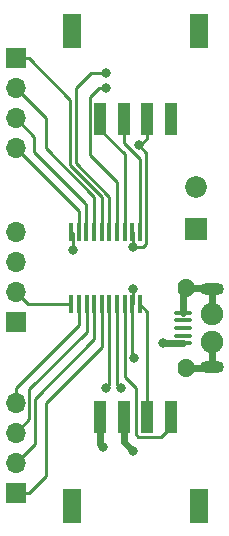
<source format=gbr>
G04 #@! TF.GenerationSoftware,KiCad,Pcbnew,5.0.1*
G04 #@! TF.CreationDate,2018-11-17T00:42:23+11:00*
G04 #@! TF.ProjectId,grove-level-shifter,67726F76652D6C6576656C2D73686966,rev?*
G04 #@! TF.SameCoordinates,Original*
G04 #@! TF.FileFunction,Copper,L1,Top,Signal*
G04 #@! TF.FilePolarity,Positive*
%FSLAX46Y46*%
G04 Gerber Fmt 4.6, Leading zero omitted, Abs format (unit mm)*
G04 Created by KiCad (PCBNEW 5.0.1) date Sat 17 Nov 2018 00:42:23 AEDT*
%MOMM*%
%LPD*%
G01*
G04 APERTURE LIST*
G04 #@! TA.AperFunction,SMDPad,CuDef*
%ADD10R,1.498600X2.999740*%
G04 #@! TD*
G04 #@! TA.AperFunction,SMDPad,CuDef*
%ADD11R,1.008380X2.738120*%
G04 #@! TD*
G04 #@! TA.AperFunction,ComponentPad*
%ADD12O,1.700000X1.700000*%
G04 #@! TD*
G04 #@! TA.AperFunction,ComponentPad*
%ADD13R,1.700000X1.700000*%
G04 #@! TD*
G04 #@! TA.AperFunction,SMDPad,CuDef*
%ADD14O,1.399540X1.597660*%
G04 #@! TD*
G04 #@! TA.AperFunction,ComponentPad*
%ADD15O,2.032000X1.016000*%
G04 #@! TD*
G04 #@! TA.AperFunction,BGAPad,CuDef*
%ADD16C,1.899920*%
G04 #@! TD*
G04 #@! TA.AperFunction,SMDPad,CuDef*
%ADD17O,1.498600X0.398780*%
G04 #@! TD*
G04 #@! TA.AperFunction,ComponentPad*
%ADD18C,1.849120*%
G04 #@! TD*
G04 #@! TA.AperFunction,ComponentPad*
%ADD19R,1.849120X1.849120*%
G04 #@! TD*
G04 #@! TA.AperFunction,SMDPad,CuDef*
%ADD20R,0.347980X1.498600*%
G04 #@! TD*
G04 #@! TA.AperFunction,ViaPad*
%ADD21C,0.800000*%
G04 #@! TD*
G04 #@! TA.AperFunction,Conductor*
%ADD22C,0.250000*%
G04 #@! TD*
G04 #@! TA.AperFunction,Conductor*
%ADD23C,0.600000*%
G04 #@! TD*
G04 APERTURE END LIST*
D10*
G04 #@! TO.P,J1,SS2*
G04 #@! TO.N,N/C*
X46037500Y-28160980D03*
G04 #@! TO.P,J1,SS1*
X35242500Y-28160980D03*
D11*
G04 #@! TO.P,J1,4*
G04 #@! TO.N,GND*
X43639740Y-35659060D03*
G04 #@! TO.P,J1,3*
G04 #@! TO.N,+3V3*
X41638220Y-35659060D03*
G04 #@! TO.P,J1,2*
G04 #@! TO.N,IN_1_CLK*
X39641780Y-35659060D03*
G04 #@! TO.P,J1,1*
G04 #@! TO.N,IN_1_DATA*
X37640260Y-35659060D03*
G04 #@! TD*
D10*
G04 #@! TO.P,J3,SS2*
G04 #@! TO.N,N/C*
X35242500Y-68359020D03*
G04 #@! TO.P,J3,SS1*
X46037500Y-68359020D03*
D11*
G04 #@! TO.P,J3,4*
G04 #@! TO.N,GND*
X37640260Y-60860940D03*
G04 #@! TO.P,J3,3*
G04 #@! TO.N,+5V*
X39641780Y-60860940D03*
G04 #@! TO.P,J3,2*
G04 #@! TO.N,OUT_1_CLK*
X41638220Y-60860940D03*
G04 #@! TO.P,J3,1*
G04 #@! TO.N,OUT_1_DATA*
X43639740Y-60860940D03*
G04 #@! TD*
D12*
G04 #@! TO.P,J5,4*
G04 #@! TO.N,GND*
X30480000Y-45212000D03*
G04 #@! TO.P,J5,3*
G04 #@! TO.N,+3V3*
X30480000Y-47752000D03*
G04 #@! TO.P,J5,2*
G04 #@! TO.N,GND*
X30480000Y-50292000D03*
D13*
G04 #@! TO.P,J5,1*
G04 #@! TO.N,+5V*
X30480000Y-52832000D03*
G04 #@! TD*
D12*
G04 #@! TO.P,J6,4*
G04 #@! TO.N,Net-(J6-Pad4)*
X30480000Y-38100000D03*
G04 #@! TO.P,J6,3*
G04 #@! TO.N,Net-(J6-Pad3)*
X30480000Y-35560000D03*
G04 #@! TO.P,J6,2*
G04 #@! TO.N,Net-(J6-Pad2)*
X30480000Y-33020000D03*
D13*
G04 #@! TO.P,J6,1*
G04 #@! TO.N,Net-(J6-Pad1)*
X30480000Y-30480000D03*
G04 #@! TD*
G04 #@! TO.P,J7,1*
G04 #@! TO.N,Net-(J7-Pad1)*
X30480000Y-67310000D03*
D12*
G04 #@! TO.P,J7,2*
G04 #@! TO.N,Net-(J7-Pad2)*
X30480000Y-64770000D03*
G04 #@! TO.P,J7,3*
G04 #@! TO.N,Net-(J7-Pad3)*
X30480000Y-62230000D03*
G04 #@! TO.P,J7,4*
G04 #@! TO.N,Net-(J7-Pad4)*
X30480000Y-59690000D03*
G04 #@! TD*
D14*
G04 #@! TO.P,J8,S6*
G04 #@! TO.N,GND*
X44876720Y-49941480D03*
D15*
G04 #@! TO.P,J8,S5*
X47124620Y-50040540D03*
D16*
G04 #@! TO.P,J8,S4*
X47124620Y-52141120D03*
G04 #@! TO.P,J8,S3*
X47124620Y-54538880D03*
D15*
G04 #@! TO.P,J8,S2*
X47124620Y-56639460D03*
D14*
G04 #@! TO.P,J8,S1*
X44876720Y-56738520D03*
D17*
G04 #@! TO.P,J8,5*
X44698920Y-52042060D03*
G04 #@! TO.P,J8,4*
G04 #@! TO.N,N/C*
X44698920Y-52692300D03*
G04 #@! TO.P,J8,3*
X44698920Y-53340000D03*
G04 #@! TO.P,J8,2*
X44698920Y-53987700D03*
G04 #@! TO.P,J8,1*
G04 #@! TO.N,+5V*
X44698920Y-54637940D03*
G04 #@! TD*
D18*
G04 #@! TO.P,J9,2*
G04 #@! TO.N,GND*
X45720000Y-41432480D03*
D19*
G04 #@! TO.P,J9,1*
G04 #@! TO.N,+5V*
X45720000Y-44927520D03*
G04 #@! TD*
D20*
G04 #@! TO.P,U1,20*
G04 #@! TO.N,OUT_1_CLK*
X41023540Y-51323240D03*
G04 #@! TO.P,U1,19*
G04 #@! TO.N,+5V*
X40373300Y-51323240D03*
G04 #@! TO.P,U1,18*
G04 #@! TO.N,OUT_1_DATA*
X39723060Y-51323240D03*
G04 #@! TO.P,U1,17*
G04 #@! TO.N,OUT_2_CLK*
X39072820Y-51323240D03*
G04 #@! TO.P,U1,16*
G04 #@! TO.N,OUT_2_DATA*
X38422580Y-51323240D03*
G04 #@! TO.P,U1,15*
G04 #@! TO.N,Net-(J7-Pad1)*
X37777420Y-51323240D03*
G04 #@! TO.P,U1,14*
G04 #@! TO.N,Net-(J7-Pad2)*
X37142420Y-51323240D03*
G04 #@! TO.P,U1,13*
G04 #@! TO.N,Net-(J7-Pad3)*
X36492180Y-51323240D03*
G04 #@! TO.P,U1,12*
G04 #@! TO.N,Net-(J7-Pad4)*
X35841940Y-51323240D03*
G04 #@! TO.P,U1,11*
G04 #@! TO.N,GND*
X35191700Y-51323240D03*
G04 #@! TO.P,U1,10*
G04 #@! TO.N,Net-(R1-Pad2)*
X35176460Y-45196760D03*
G04 #@! TO.P,U1,9*
G04 #@! TO.N,Net-(J6-Pad4)*
X35826700Y-45196760D03*
G04 #@! TO.P,U1,8*
G04 #@! TO.N,Net-(J6-Pad3)*
X36476940Y-45196760D03*
G04 #@! TO.P,U1,7*
G04 #@! TO.N,Net-(J6-Pad2)*
X37127180Y-45196760D03*
G04 #@! TO.P,U1,6*
G04 #@! TO.N,Net-(J6-Pad1)*
X37777420Y-45196760D03*
G04 #@! TO.P,U1,5*
G04 #@! TO.N,IN_2_DATA*
X38422580Y-45196760D03*
G04 #@! TO.P,U1,4*
G04 #@! TO.N,IN_2_CLK*
X39072820Y-45196760D03*
G04 #@! TO.P,U1,3*
G04 #@! TO.N,IN_1_DATA*
X39723060Y-45196760D03*
G04 #@! TO.P,U1,2*
G04 #@! TO.N,+3V3*
X40373300Y-45196760D03*
G04 #@! TO.P,U1,1*
G04 #@! TO.N,IN_1_CLK*
X41023540Y-45196760D03*
G04 #@! TD*
D21*
G04 #@! TO.N,GND*
X37846000Y-63373000D03*
G04 #@! TO.N,+3V3*
X40386000Y-46482000D03*
X40894000Y-37846000D03*
G04 #@! TO.N,+5V*
X40386000Y-50038000D03*
X42926000Y-54610000D03*
X40386000Y-63754000D03*
X40513000Y-55897780D03*
G04 #@! TO.N,IN_2_DATA*
X38100000Y-31750000D03*
G04 #@! TO.N,IN_2_CLK*
X38100000Y-33020000D03*
G04 #@! TO.N,OUT_2_DATA*
X38100000Y-58420000D03*
G04 #@! TO.N,OUT_2_CLK*
X39370000Y-58420000D03*
G04 #@! TO.N,Net-(R1-Pad2)*
X35306000Y-46736000D03*
G04 #@! TD*
D22*
G04 #@! TO.N,GND*
X31511240Y-51323240D02*
X30480000Y-50292000D01*
X35191700Y-51323240D02*
X31511240Y-51323240D01*
D23*
X47025560Y-49941480D02*
X47124620Y-50040540D01*
X44876720Y-49941480D02*
X47025560Y-49941480D01*
X47025560Y-56738520D02*
X47124620Y-56639460D01*
X44876720Y-56738520D02*
X47025560Y-56738520D01*
X44698920Y-50119280D02*
X44876720Y-49941480D01*
X44698920Y-52042060D02*
X44698920Y-50119280D01*
X47124620Y-52141120D02*
X47124620Y-50040540D01*
X47124620Y-54538880D02*
X47124620Y-56639460D01*
X37640260Y-60860940D02*
X37640260Y-63167260D01*
X37640260Y-63167260D02*
X37846000Y-63373000D01*
D22*
G04 #@! TO.N,+3V3*
X40386000Y-45209460D02*
X40373300Y-45196760D01*
X40386000Y-46482000D02*
X40386000Y-45209460D01*
X41070340Y-37846000D02*
X40894000Y-37846000D01*
X41638220Y-35659060D02*
X41638220Y-37278120D01*
X41638220Y-37278120D02*
X41070340Y-37846000D01*
X40951685Y-46482000D02*
X40386000Y-46482000D01*
X41246592Y-46482000D02*
X40951685Y-46482000D01*
X41522531Y-46206061D02*
X41246592Y-46482000D01*
X41522531Y-38474531D02*
X41522531Y-46206061D01*
X40894000Y-37846000D02*
X41522531Y-38474531D01*
G04 #@! TO.N,+5V*
X40386000Y-51310540D02*
X40373300Y-51323240D01*
X40386000Y-50038000D02*
X40386000Y-51310540D01*
D23*
X44698920Y-54637940D02*
X42953940Y-54637940D01*
X42953940Y-54637940D02*
X42926000Y-54610000D01*
X39641780Y-60860940D02*
X39641780Y-63009780D01*
X39641780Y-63009780D02*
X40386000Y-63754000D01*
D22*
X40373300Y-51323240D02*
X40373300Y-55758080D01*
X40373300Y-55758080D02*
X40513000Y-55897780D01*
G04 #@! TO.N,IN_1_CLK*
X39641780Y-37666784D02*
X41023540Y-39048544D01*
X41023540Y-39048544D02*
X41023540Y-44197460D01*
X41023540Y-44197460D02*
X41023540Y-45196760D01*
X39641780Y-35659060D02*
X39641780Y-37666784D01*
G04 #@! TO.N,IN_1_DATA*
X39723060Y-44197460D02*
X39723060Y-45196760D01*
X39723060Y-38606730D02*
X39723060Y-44197460D01*
X37640260Y-36523930D02*
X39723060Y-38606730D01*
X37640260Y-35659060D02*
X37640260Y-36523930D01*
G04 #@! TO.N,IN_2_DATA*
X38100000Y-31750000D02*
X36830000Y-31750000D01*
X36830000Y-31750000D02*
X35560000Y-33020000D01*
X38422580Y-44197460D02*
X38422580Y-45196760D01*
X38422580Y-42232595D02*
X38422580Y-44197460D01*
X35560000Y-39370015D02*
X38422580Y-42232595D01*
X35560000Y-33020000D02*
X35560000Y-39370015D01*
G04 #@! TO.N,IN_2_CLK*
X36811069Y-33743246D02*
X36811069Y-38714659D01*
X37534315Y-33020000D02*
X36811069Y-33743246D01*
X38100000Y-33020000D02*
X37534315Y-33020000D01*
X39072820Y-44197460D02*
X39072820Y-45196760D01*
X36811069Y-38714659D02*
X39072820Y-40976410D01*
X39072820Y-40976410D02*
X39072820Y-44197460D01*
G04 #@! TO.N,OUT_1_CLK*
X41638220Y-60860940D02*
X41638220Y-51937920D01*
X41638220Y-51937920D02*
X41023540Y-51323240D01*
G04 #@! TO.N,OUT_1_DATA*
X40874029Y-62555001D02*
X40640000Y-62320972D01*
X42810549Y-62555001D02*
X40874029Y-62555001D01*
X43639740Y-60860940D02*
X43639740Y-61725810D01*
X43639740Y-61725810D02*
X42810549Y-62555001D01*
X40640000Y-62320972D02*
X40640000Y-58420000D01*
X39723060Y-57503060D02*
X39723060Y-51323240D01*
X40640000Y-58420000D02*
X39723060Y-57503060D01*
G04 #@! TO.N,OUT_2_DATA*
X38422580Y-52322540D02*
X38414960Y-52330160D01*
X38422580Y-51323240D02*
X38422580Y-52322540D01*
X38422580Y-52322540D02*
X38422580Y-58059320D01*
X38422580Y-58059320D02*
X38422580Y-58097420D01*
X38422580Y-58097420D02*
X38100000Y-58420000D01*
G04 #@! TO.N,OUT_2_CLK*
X39072820Y-51323240D02*
X39072820Y-58122820D01*
X39072820Y-58122820D02*
X39370000Y-58420000D01*
G04 #@! TO.N,Net-(J6-Pad4)*
X35826700Y-43446700D02*
X35826700Y-45196760D01*
X30480000Y-38100000D02*
X35826700Y-43446700D01*
G04 #@! TO.N,Net-(J6-Pad3)*
X30480000Y-35560000D02*
X32068205Y-37148205D01*
X32068205Y-38418205D02*
X36379989Y-42729989D01*
X36476940Y-42826940D02*
X36476940Y-44197460D01*
X36476940Y-44197460D02*
X36476940Y-45196760D01*
X32068205Y-37148205D02*
X32068205Y-38418205D01*
G04 #@! TO.N,Net-(J6-Pad2)*
X33020000Y-38102836D02*
X37127180Y-42210016D01*
X37127180Y-42210016D02*
X37127180Y-44197460D01*
X33020000Y-35560000D02*
X33020000Y-38102836D01*
X37127180Y-44197460D02*
X37127180Y-45196760D01*
X30480000Y-33020000D02*
X33020000Y-35560000D01*
G04 #@! TO.N,Net-(J6-Pad1)*
X35109989Y-34009989D02*
X35109989Y-39556415D01*
X35109989Y-39556415D02*
X37777420Y-42223845D01*
X37777420Y-44197460D02*
X37777420Y-45196760D01*
X30480000Y-30480000D02*
X31580000Y-30480000D01*
X31580000Y-30480000D02*
X35109989Y-34009989D01*
X37777420Y-42223845D02*
X37777420Y-44197460D01*
G04 #@! TO.N,Net-(J7-Pad1)*
X37777420Y-54932580D02*
X37777420Y-51323240D01*
X33020000Y-65870000D02*
X33020000Y-59690000D01*
X33020000Y-59690000D02*
X37777420Y-54932580D01*
X30480000Y-67310000D02*
X31580000Y-67310000D01*
X31580000Y-67310000D02*
X33020000Y-65870000D01*
G04 #@! TO.N,Net-(J7-Pad2)*
X32105011Y-63144989D02*
X32105011Y-59334989D01*
X30480000Y-64770000D02*
X32105011Y-63144989D01*
X37142420Y-54297580D02*
X37142420Y-51323240D01*
X32105011Y-59334989D02*
X37142420Y-54297580D01*
G04 #@! TO.N,Net-(J7-Pad3)*
X31655001Y-61054999D02*
X31655001Y-58514999D01*
X30480000Y-62230000D02*
X31655001Y-61054999D01*
X36492180Y-53677820D02*
X36492180Y-51323240D01*
X31655001Y-58514999D02*
X36492180Y-53677820D01*
G04 #@! TO.N,Net-(J7-Pad4)*
X30480000Y-59690000D02*
X30480000Y-58420000D01*
X35841940Y-53058060D02*
X35841940Y-51323240D01*
X30480000Y-58420000D02*
X35841940Y-53058060D01*
G04 #@! TO.N,Net-(R1-Pad2)*
X35306000Y-45326300D02*
X35176460Y-45196760D01*
X35306000Y-46736000D02*
X35306000Y-45326300D01*
G04 #@! TD*
M02*

</source>
